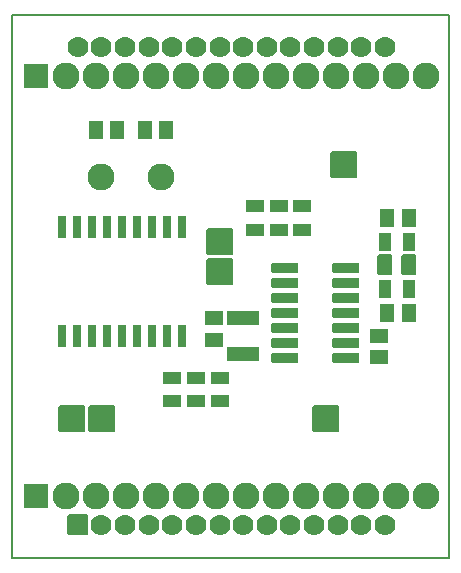
<source format=gbr>
G04 PROTEUS RS274X GERBER FILE*
%FSLAX45Y45*%
%MOMM*%
G01*
%AMPPAD020*
4,1,36,
-0.762000,0.889000,
0.762000,0.889000,
0.787970,0.886470,
0.811980,0.879200,
0.833580,0.867650,
0.852290,0.852290,
0.867650,0.833570,
0.879200,0.811980,
0.886470,0.787970,
0.889000,0.762000,
0.889000,-0.762000,
0.886470,-0.787970,
0.879200,-0.811980,
0.867650,-0.833570,
0.852290,-0.852290,
0.833580,-0.867650,
0.811980,-0.879200,
0.787970,-0.886470,
0.762000,-0.889000,
-0.762000,-0.889000,
-0.787970,-0.886470,
-0.811980,-0.879200,
-0.833580,-0.867650,
-0.852290,-0.852290,
-0.867650,-0.833570,
-0.879200,-0.811980,
-0.886470,-0.787970,
-0.889000,-0.762000,
-0.889000,0.762000,
-0.886470,0.787970,
-0.879200,0.811980,
-0.867650,0.833570,
-0.852290,0.852290,
-0.833580,0.867650,
-0.811980,0.879200,
-0.787970,0.886470,
-0.762000,0.889000,
0*%
%ADD28PPAD020*%
%ADD29C,1.778000*%
%AMPPAD005*
4,1,36,
0.300000,0.885040,
0.300000,-0.885040,
0.298610,-0.899350,
0.294600,-0.912590,
0.288230,-0.924490,
0.279760,-0.934800,
0.269450,-0.943270,
0.257550,-0.949640,
0.244310,-0.953650,
0.230000,-0.955040,
-0.230000,-0.955040,
-0.244310,-0.953650,
-0.257550,-0.949640,
-0.269450,-0.943270,
-0.279760,-0.934800,
-0.288230,-0.924490,
-0.294600,-0.912590,
-0.298610,-0.899350,
-0.300000,-0.885040,
-0.300000,0.885040,
-0.298610,0.899350,
-0.294600,0.912590,
-0.288230,0.924490,
-0.279760,0.934800,
-0.269450,0.943270,
-0.257550,0.949640,
-0.244310,0.953650,
-0.230000,0.955040,
0.230000,0.955040,
0.244310,0.953650,
0.257550,0.949640,
0.269450,0.943270,
0.279760,0.934800,
0.288230,0.924490,
0.294600,0.912590,
0.298610,0.899350,
0.300000,0.885040,
0*%
%ADD15PPAD005*%
%AMPPAD022*
4,1,4,
-0.723900,-0.469900,
-0.723900,0.469900,
0.723900,0.469900,
0.723900,-0.469900,
-0.723900,-0.469900,
0*%
%ADD72PPAD022*%
%AMPPAD023*
4,1,36,
0.508000,-0.889000,
-0.508000,-0.889000,
-0.533970,-0.886470,
-0.557980,-0.879200,
-0.579580,-0.867650,
-0.598290,-0.852290,
-0.613650,-0.833570,
-0.625200,-0.811980,
-0.632470,-0.787970,
-0.635000,-0.762000,
-0.635000,0.762000,
-0.632470,0.787970,
-0.625200,0.811980,
-0.613650,0.833570,
-0.598290,0.852290,
-0.579580,0.867650,
-0.557980,0.879200,
-0.533970,0.886470,
-0.508000,0.889000,
0.508000,0.889000,
0.533970,0.886470,
0.557980,0.879200,
0.579580,0.867650,
0.598290,0.852290,
0.613650,0.833570,
0.625200,0.811980,
0.632470,0.787970,
0.635000,0.762000,
0.635000,-0.762000,
0.632470,-0.787970,
0.625200,-0.811980,
0.613650,-0.833570,
0.598290,-0.852290,
0.579580,-0.867650,
0.557980,-0.879200,
0.533970,-0.886470,
0.508000,-0.889000,
0*%
%ADD73PPAD023*%
%AMPPAD024*
4,1,36,
-1.143000,-0.317500,
-1.143000,0.317500,
-1.140470,0.343470,
-1.133200,0.367480,
-1.121650,0.389080,
-1.106290,0.407790,
-1.087570,0.423150,
-1.065980,0.434700,
-1.041970,0.441970,
-1.016000,0.444500,
1.016000,0.444500,
1.041970,0.441970,
1.065980,0.434700,
1.087570,0.423150,
1.106290,0.407790,
1.121650,0.389080,
1.133200,0.367480,
1.140470,0.343470,
1.143000,0.317500,
1.143000,-0.317500,
1.140470,-0.343470,
1.133200,-0.367480,
1.121650,-0.389080,
1.106290,-0.407790,
1.087570,-0.423150,
1.065980,-0.434700,
1.041970,-0.441970,
1.016000,-0.444500,
-1.016000,-0.444500,
-1.041970,-0.441970,
-1.065980,-0.434700,
-1.087570,-0.423150,
-1.106290,-0.407790,
-1.121650,-0.389080,
-1.133200,-0.367480,
-1.140470,-0.343470,
-1.143000,-0.317500,
0*%
%ADD30PPAD024*%
%ADD31C,2.286000*%
%AMPPAD026*
4,1,4,
-0.723900,-0.571500,
-0.723900,0.571500,
0.723900,0.571500,
0.723900,-0.571500,
-0.723900,-0.571500,
0*%
%ADD32PPAD026*%
%AMPPAD027*
4,1,4,
-0.571500,0.723900,
0.571500,0.723900,
0.571500,-0.723900,
-0.571500,-0.723900,
-0.571500,0.723900,
0*%
%ADD33PPAD027*%
%AMPPAD028*
4,1,36,
-1.016000,1.143000,
1.016000,1.143000,
1.041970,1.140470,
1.065980,1.133200,
1.087580,1.121650,
1.106290,1.106290,
1.121650,1.087570,
1.133200,1.065980,
1.140470,1.041970,
1.143000,1.016000,
1.143000,-1.016000,
1.140470,-1.041970,
1.133200,-1.065980,
1.121650,-1.087570,
1.106290,-1.106290,
1.087580,-1.121650,
1.065980,-1.133200,
1.041970,-1.140470,
1.016000,-1.143000,
-1.016000,-1.143000,
-1.041970,-1.140470,
-1.065980,-1.133200,
-1.087580,-1.121650,
-1.106290,-1.106290,
-1.121650,-1.087570,
-1.133200,-1.065980,
-1.140470,-1.041970,
-1.143000,-1.016000,
-1.143000,1.016000,
-1.140470,1.041970,
-1.133200,1.065980,
-1.121650,1.087570,
-1.106290,1.106290,
-1.087580,1.121650,
-1.065980,1.133200,
-1.041970,1.140470,
-1.016000,1.143000,
0*%
%ADD34PPAD028*%
%AMPPAD029*
4,1,4,
0.469900,-0.723900,
-0.469900,-0.723900,
-0.469900,0.723900,
0.469900,0.723900,
0.469900,-0.723900,
0*%
%ADD35PPAD029*%
%AMPPAD030*
4,1,4,
-1.016000,1.016000,
1.016000,1.016000,
1.016000,-1.016000,
-1.016000,-1.016000,
-1.016000,1.016000,
0*%
%ADD36PPAD030*%
%AMPPAD031*
4,1,4,
-1.346200,-0.571500,
-1.346200,0.571500,
1.346200,0.571500,
1.346200,-0.571500,
-1.346200,-0.571500,
0*%
%ADD37PPAD031*%
%AMPPAD032*
4,1,36,
1.143000,1.016000,
1.143000,-1.016000,
1.140470,-1.041970,
1.133200,-1.065980,
1.121650,-1.087580,
1.106290,-1.106290,
1.087570,-1.121650,
1.065980,-1.133200,
1.041970,-1.140470,
1.016000,-1.143000,
-1.016000,-1.143000,
-1.041970,-1.140470,
-1.065980,-1.133200,
-1.087570,-1.121650,
-1.106290,-1.106290,
-1.121650,-1.087580,
-1.133200,-1.065980,
-1.140470,-1.041970,
-1.143000,-1.016000,
-1.143000,1.016000,
-1.140470,1.041970,
-1.133200,1.065980,
-1.121650,1.087580,
-1.106290,1.106290,
-1.087570,1.121650,
-1.065980,1.133200,
-1.041970,1.140470,
-1.016000,1.143000,
1.016000,1.143000,
1.041970,1.140470,
1.065980,1.133200,
1.087570,1.121650,
1.106290,1.106290,
1.121650,1.087580,
1.133200,1.065980,
1.140470,1.041970,
1.143000,1.016000,
0*%
%ADD38PPAD032*%
%ADD23C,0.203200*%
D28*
X+555772Y-4320772D03*
D29*
X+555772Y-270772D03*
X+755772Y-4320772D03*
X+755772Y-270772D03*
X+955772Y-4320772D03*
X+955772Y-270772D03*
X+1155772Y-4320772D03*
X+1155772Y-270772D03*
X+1355772Y-4320772D03*
X+1355772Y-270772D03*
X+1555772Y-4320772D03*
X+1555772Y-270772D03*
X+1755772Y-4320772D03*
X+1755772Y-270772D03*
X+1955772Y-4320772D03*
X+1955772Y-270772D03*
X+2155772Y-4320772D03*
X+2155772Y-270772D03*
X+2355772Y-4320772D03*
X+2355772Y-270772D03*
X+2555772Y-4320772D03*
X+2555772Y-270772D03*
X+2755772Y-4320772D03*
X+2755772Y-270772D03*
X+2955772Y-4320772D03*
X+2955772Y-270772D03*
X+3155772Y-4320772D03*
X+3155772Y-270772D03*
D15*
X+1440772Y-1798752D03*
X+1313772Y-1798752D03*
X+1186772Y-1798752D03*
X+1059772Y-1798752D03*
X+932772Y-1798752D03*
X+805772Y-1798752D03*
X+678772Y-1798752D03*
X+551772Y-1798752D03*
X+424772Y-1798752D03*
X+424772Y-2720772D03*
X+551772Y-2720772D03*
X+678772Y-2720772D03*
X+805772Y-2720772D03*
X+932772Y-2720772D03*
X+1059772Y-2720772D03*
X+1186772Y-2720772D03*
X+1313772Y-2720772D03*
X+1440772Y-2720772D03*
D72*
X+1355772Y-3270772D03*
X+1355772Y-3070772D03*
D73*
X+3363392Y-2120612D03*
X+3155772Y-2120772D03*
D30*
X+2305772Y-2139772D03*
X+2305772Y-2266772D03*
X+2305772Y-2393772D03*
X+2305772Y-2520772D03*
X+2305772Y-2647772D03*
X+2305772Y-2774772D03*
X+2305772Y-2901772D03*
X+2826472Y-2901772D03*
X+2826472Y-2774772D03*
X+2826472Y-2647772D03*
X+2826472Y-2520772D03*
X+2826472Y-2393772D03*
X+2826472Y-2266772D03*
X+2826472Y-2139772D03*
D31*
X+747772Y-1370772D03*
X+1255772Y-1370772D03*
D32*
X+1705772Y-2750772D03*
X+1705772Y-2570772D03*
D33*
X+705772Y-970772D03*
X+885772Y-970772D03*
X+1305772Y-970772D03*
X+1125772Y-970772D03*
X+3175772Y-2520772D03*
X+3355772Y-2520772D03*
X+3355772Y-1720772D03*
X+3175772Y-1720772D03*
D32*
X+3105772Y-2720772D03*
X+3105772Y-2900772D03*
D34*
X+2805772Y-1270772D03*
X+2655772Y-3420772D03*
D72*
X+2255772Y-1620772D03*
X+2255772Y-1820772D03*
X+2055772Y-1620772D03*
X+2055772Y-1820772D03*
X+2455772Y-1620772D03*
X+2455772Y-1820772D03*
X+1555772Y-3070772D03*
X+1555772Y-3270772D03*
X+1755772Y-3070772D03*
X+1755772Y-3270772D03*
D35*
X+3355772Y-1920772D03*
X+3155772Y-1920772D03*
X+3355772Y-2320772D03*
X+3155772Y-2320772D03*
D36*
X+205772Y-520772D03*
D31*
X+459772Y-520772D03*
X+713772Y-520772D03*
X+967772Y-520772D03*
X+1221772Y-520772D03*
X+1475772Y-520772D03*
X+1729772Y-520772D03*
X+1983772Y-520772D03*
X+2237772Y-520772D03*
X+2491772Y-520772D03*
X+2745772Y-520772D03*
X+2999772Y-520772D03*
X+3253772Y-520772D03*
X+3507772Y-520772D03*
D36*
X+205772Y-4070772D03*
D31*
X+459772Y-4070772D03*
X+713772Y-4070772D03*
X+967772Y-4070772D03*
X+1221772Y-4070772D03*
X+1475772Y-4070772D03*
X+1729772Y-4070772D03*
X+1983772Y-4070772D03*
X+2237772Y-4070772D03*
X+2491772Y-4070772D03*
X+2745772Y-4070772D03*
X+2999772Y-4070772D03*
X+3253772Y-4070772D03*
X+3507772Y-4070772D03*
D37*
X+1955772Y-2870772D03*
X+1955772Y-2570772D03*
D34*
X+505772Y-3420772D03*
X+759772Y-3420772D03*
D38*
X+1755772Y-1920772D03*
X+1755772Y-2174772D03*
D23*
X+0Y-4600000D02*
X+3700000Y-4600000D01*
X+3700000Y+0D01*
X+0Y+0D01*
X+0Y-4600000D01*
M02*

</source>
